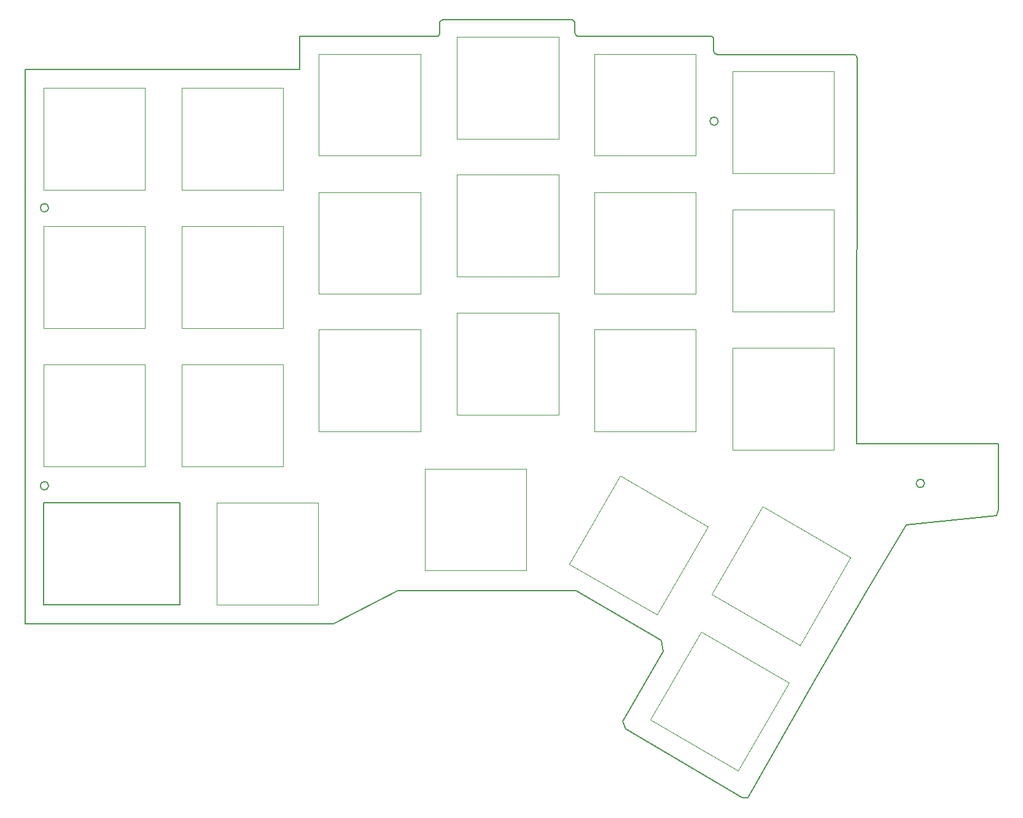
<source format=gbr>
%TF.GenerationSoftware,KiCad,Pcbnew,(5.1.6-0-10_14)*%
%TF.CreationDate,2020-10-04T18:03:56+02:00*%
%TF.ProjectId,cornetrack-top-plate,636f726e-6574-4726-9163-6b2d746f702d,2.1*%
%TF.SameCoordinates,Original*%
%TF.FileFunction,Profile,NP*%
%FSLAX46Y46*%
G04 Gerber Fmt 4.6, Leading zero omitted, Abs format (unit mm)*
G04 Created by KiCad (PCBNEW (5.1.6-0-10_14)) date 2020-10-04 18:03:56*
%MOMM*%
%LPD*%
G01*
G04 APERTURE LIST*
%TA.AperFunction,Profile*%
%ADD10C,0.150000*%
%TD*%
%TA.AperFunction,Profile*%
%ADD11C,0.200000*%
%TD*%
%TA.AperFunction,Profile*%
%ADD12C,0.120000*%
%TD*%
G04 APERTURE END LIST*
D10*
X20719000Y-94312000D02*
X20734000Y-80300000D01*
X39545000Y-94312000D02*
X20719000Y-94312000D01*
X39545000Y-80312000D02*
X39545000Y-94312000D01*
X20734000Y-80300000D02*
X39545000Y-80312000D01*
D11*
X75366456Y-15530000D02*
X75366456Y-14260000D01*
X142214000Y-77633000D02*
G75*
G03*
X142214000Y-77633000I-576000J0D01*
G01*
X152369784Y-81198945D02*
X152179000Y-82078000D01*
X139733000Y-83348000D02*
X152179000Y-82078000D01*
X134399000Y-92238000D02*
X139733000Y-83348000D01*
X152369784Y-72172000D02*
X152369784Y-81198945D01*
X152369784Y-72172000D02*
X132875000Y-72172000D01*
X94501280Y-16030126D02*
X101176972Y-16038000D01*
X56040000Y-20610000D02*
X56040000Y-16038000D01*
X56040000Y-16038000D02*
X63247500Y-16038000D01*
X18194000Y-96937000D02*
X35085000Y-96937000D01*
X132888005Y-19086000D02*
X132875000Y-72172000D01*
X132888005Y-19086000D02*
X132859574Y-18862004D01*
X132859574Y-18862004D02*
X132758019Y-18687968D01*
X132758019Y-18687968D02*
X132578561Y-18565997D01*
X132578561Y-18565997D02*
X132406849Y-18535081D01*
X74864301Y-16036477D02*
X63247500Y-16038000D01*
X74864301Y-16036477D02*
X75060109Y-15993415D01*
X75060109Y-15993415D02*
X75236274Y-15866834D01*
X75236274Y-15866834D02*
X75343927Y-15678721D01*
X75343927Y-15678721D02*
X75366456Y-15530000D01*
X75866330Y-13759879D02*
X75649570Y-13809238D01*
X75649570Y-13809238D02*
X75480550Y-13941927D01*
X75480550Y-13941927D02*
X75382165Y-14135039D01*
X75382165Y-14135039D02*
X75366456Y-14260000D01*
X94001406Y-14260005D02*
X93952156Y-14043222D01*
X93952156Y-14043222D02*
X93819551Y-13874135D01*
X93819551Y-13874135D02*
X93626487Y-13775651D01*
X93626487Y-13775651D02*
X93501533Y-13759879D01*
X94001406Y-15509684D02*
X94040649Y-15716060D01*
X94040649Y-15716060D02*
X94165122Y-15898057D01*
X94165122Y-15898057D02*
X94352599Y-16007475D01*
X94352599Y-16007475D02*
X94501280Y-16030126D01*
X113145789Y-16536351D02*
X113096461Y-16319658D01*
X113096461Y-16319658D02*
X112963848Y-16150661D01*
X112963848Y-16150661D02*
X112770829Y-16052239D01*
X112770829Y-16052239D02*
X112645916Y-16036477D01*
X113145789Y-18034949D02*
X113195148Y-18251706D01*
X113195148Y-18251706D02*
X113327836Y-18420726D01*
X113327836Y-18420726D02*
X113520948Y-18519112D01*
X113520948Y-18519112D02*
X113645911Y-18534823D01*
X132406849Y-18535081D02*
X113645911Y-18534823D01*
X18194000Y-20610000D02*
X18194000Y-96937000D01*
X56040000Y-20610000D02*
X18194000Y-20610000D01*
X93501533Y-13759879D02*
X75866330Y-13759879D01*
X94001406Y-15509684D02*
X94001406Y-14260005D01*
X112645916Y-16036477D02*
X101176972Y-16038000D01*
X113145789Y-18034949D02*
X113145789Y-16536351D01*
X21437000Y-39660000D02*
G75*
G03*
X21437000Y-39660000I-576000J0D01*
G01*
X113766000Y-27722000D02*
G75*
G03*
X113766000Y-27722000I-576000J0D01*
G01*
X21437000Y-77955000D02*
G75*
G03*
X21437000Y-77955000I-576000J0D01*
G01*
X87790000Y-92365000D02*
X94140000Y-92365000D01*
X94140000Y-92365000D02*
X100871000Y-96302000D01*
X100871000Y-96302000D02*
X105951000Y-99223000D01*
X105951000Y-99223000D02*
X106205000Y-100747000D01*
X106205000Y-100747000D02*
X100617000Y-110399000D01*
X100617000Y-110399000D02*
X100998000Y-111415000D01*
X100998000Y-111415000D02*
X117127000Y-120940000D01*
X117127000Y-120940000D02*
X117889000Y-120940000D01*
X117889000Y-120940000D02*
X127287000Y-104430000D01*
X127287000Y-104430000D02*
X134399000Y-92238000D01*
X35085000Y-96937000D02*
X42197000Y-96937000D01*
X42197000Y-96937000D02*
X60739000Y-96937000D01*
X60739000Y-96937000D02*
X69629000Y-92365000D01*
X69629000Y-92365000D02*
X87790000Y-92365000D01*
D12*
%TO.C,SW2*%
X123514178Y-105069822D02*
X111389822Y-98069822D01*
X111389822Y-98069822D02*
X104389822Y-110194178D01*
X104389822Y-110194178D02*
X116514178Y-117194178D01*
X116514178Y-117194178D02*
X123514178Y-105069822D01*
X132023178Y-87797822D02*
X119898822Y-80797822D01*
X119898822Y-80797822D02*
X112898822Y-92922178D01*
X112898822Y-92922178D02*
X125023178Y-99922178D01*
X125023178Y-99922178D02*
X132023178Y-87797822D01*
X112338178Y-83606822D02*
X100213822Y-76606822D01*
X100213822Y-76606822D02*
X93213822Y-88731178D01*
X93213822Y-88731178D02*
X105338178Y-95731178D01*
X105338178Y-95731178D02*
X112338178Y-83606822D01*
X96665000Y-18463000D02*
X96665000Y-32463000D01*
X96665000Y-32463000D02*
X110665000Y-32463000D01*
X110665000Y-32463000D02*
X110665000Y-18463000D01*
X110665000Y-18463000D02*
X96665000Y-18463000D01*
X96665000Y-37513000D02*
X96665000Y-51513000D01*
X96665000Y-51513000D02*
X110665000Y-51513000D01*
X110665000Y-51513000D02*
X110665000Y-37513000D01*
X110665000Y-37513000D02*
X96665000Y-37513000D01*
X96665000Y-56436000D02*
X96665000Y-70436000D01*
X96665000Y-70436000D02*
X110665000Y-70436000D01*
X110665000Y-70436000D02*
X110665000Y-56436000D01*
X110665000Y-56436000D02*
X96665000Y-56436000D01*
X77742000Y-54150000D02*
X77742000Y-68150000D01*
X77742000Y-68150000D02*
X91742000Y-68150000D01*
X91742000Y-68150000D02*
X91742000Y-54150000D01*
X91742000Y-54150000D02*
X77742000Y-54150000D01*
X77742000Y-35100000D02*
X77742000Y-49100000D01*
X77742000Y-49100000D02*
X91742000Y-49100000D01*
X91742000Y-49100000D02*
X91742000Y-35100000D01*
X91742000Y-35100000D02*
X77742000Y-35100000D01*
X77742000Y-16150000D02*
X77742000Y-30150000D01*
X77742000Y-30150000D02*
X91742000Y-30150000D01*
X91742000Y-30150000D02*
X91742000Y-16150000D01*
X91742000Y-16150000D02*
X77742000Y-16150000D01*
X58692000Y-56436000D02*
X58692000Y-70436000D01*
X58692000Y-70436000D02*
X72692000Y-70436000D01*
X72692000Y-70436000D02*
X72692000Y-56436000D01*
X72692000Y-56436000D02*
X58692000Y-56436000D01*
X58692000Y-37513000D02*
X58692000Y-51513000D01*
X58692000Y-51513000D02*
X72692000Y-51513000D01*
X72692000Y-51513000D02*
X72692000Y-37513000D01*
X72692000Y-37513000D02*
X58692000Y-37513000D01*
X58692000Y-18463000D02*
X58692000Y-32463000D01*
X58692000Y-32463000D02*
X72692000Y-32463000D01*
X72692000Y-32463000D02*
X72692000Y-18463000D01*
X72692000Y-18463000D02*
X58692000Y-18463000D01*
X44595000Y-80312000D02*
X44595000Y-94312000D01*
X44595000Y-94312000D02*
X58595000Y-94312000D01*
X58595000Y-94312000D02*
X58595000Y-80312000D01*
X58595000Y-80312000D02*
X44595000Y-80312000D01*
X73297000Y-75613000D02*
X73297000Y-89613000D01*
X73297000Y-89613000D02*
X87297000Y-89613000D01*
X87297000Y-89613000D02*
X87297000Y-75613000D01*
X87297000Y-75613000D02*
X73297000Y-75613000D01*
X115715000Y-58976000D02*
X115715000Y-72976000D01*
X115715000Y-72976000D02*
X129715000Y-72976000D01*
X129715000Y-72976000D02*
X129715000Y-58976000D01*
X129715000Y-58976000D02*
X115715000Y-58976000D01*
X115715000Y-39926000D02*
X115715000Y-53926000D01*
X115715000Y-53926000D02*
X129715000Y-53926000D01*
X129715000Y-53926000D02*
X129715000Y-39926000D01*
X129715000Y-39926000D02*
X115715000Y-39926000D01*
X115715000Y-20876000D02*
X115715000Y-34876000D01*
X115715000Y-34876000D02*
X129715000Y-34876000D01*
X129715000Y-34876000D02*
X129715000Y-20876000D01*
X129715000Y-20876000D02*
X115715000Y-20876000D01*
X39769000Y-61262000D02*
X39769000Y-75262000D01*
X39769000Y-75262000D02*
X53769000Y-75262000D01*
X53769000Y-75262000D02*
X53769000Y-61262000D01*
X53769000Y-61262000D02*
X39769000Y-61262000D01*
X20719000Y-61262000D02*
X20719000Y-75262000D01*
X20719000Y-75262000D02*
X34719000Y-75262000D01*
X34719000Y-75262000D02*
X34719000Y-61262000D01*
X34719000Y-61262000D02*
X20719000Y-61262000D01*
X39769000Y-42212000D02*
X39769000Y-56212000D01*
X39769000Y-56212000D02*
X53769000Y-56212000D01*
X53769000Y-56212000D02*
X53769000Y-42212000D01*
X53769000Y-42212000D02*
X39769000Y-42212000D01*
X20719000Y-42212000D02*
X20719000Y-56212000D01*
X20719000Y-56212000D02*
X34719000Y-56212000D01*
X34719000Y-56212000D02*
X34719000Y-42212000D01*
X34719000Y-42212000D02*
X20719000Y-42212000D01*
X39769000Y-23162000D02*
X39769000Y-37162000D01*
X39769000Y-37162000D02*
X53769000Y-37162000D01*
X53769000Y-37162000D02*
X53769000Y-23162000D01*
X53769000Y-23162000D02*
X39769000Y-23162000D01*
X20719000Y-23162000D02*
X20719000Y-37162000D01*
X20719000Y-37162000D02*
X34719000Y-37162000D01*
X34719000Y-37162000D02*
X34719000Y-23162000D01*
X34719000Y-23162000D02*
X20719000Y-23162000D01*
%TD*%
M02*

</source>
